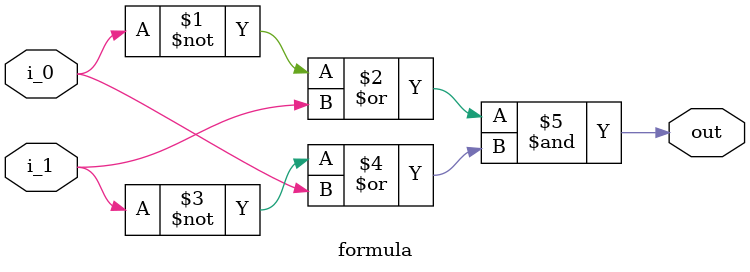
<source format=v>
module formula(i_0,i_1,out);
	input i_0 ,i_1;

	output out;
	assign out = (((~i_0 | i_1)) & ((~i_1 | i_0)));
endmodule

</source>
